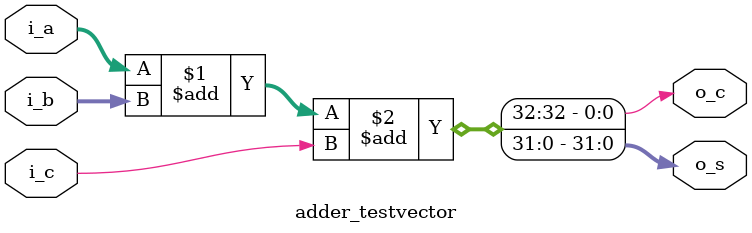
<source format=v>

module adder_testvector
#(	
	parameter	BW_DATA	= 32
)
(	
	output		[BW_DATA-1:0]	o_s,
	output						o_c,
	input		[BW_DATA-1:0]	i_a,
	input		[BW_DATA-1:0]	i_b,
	input						i_c
);

	assign	{o_c, o_s} = i_a + i_b + i_c;

endmodule

</source>
